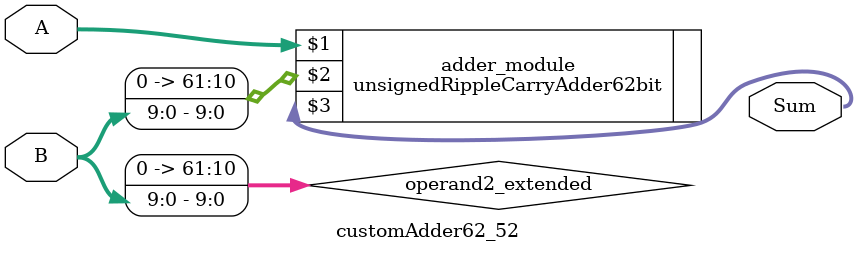
<source format=v>
module customAdder62_52(
                        input [61 : 0] A,
                        input [9 : 0] B,
                        
                        output [62 : 0] Sum
                );

        wire [61 : 0] operand2_extended;
        
        assign operand2_extended =  {52'b0, B};
        
        unsignedRippleCarryAdder62bit adder_module(
            A,
            operand2_extended,
            Sum
        );
        
        endmodule
        
</source>
